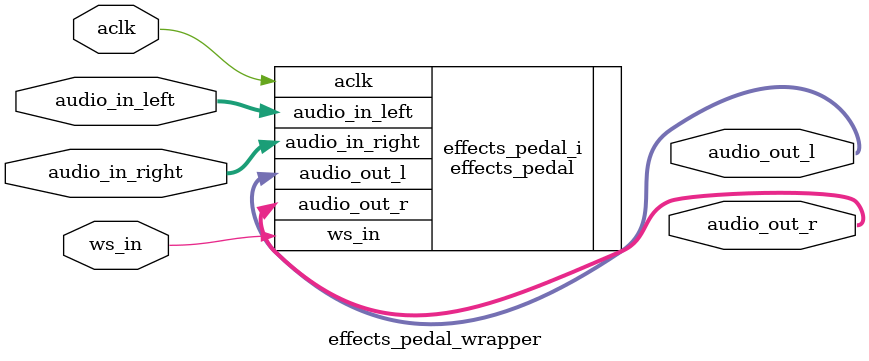
<source format=v>
`timescale 1 ps / 1 ps

module effects_pedal_wrapper
   (aclk,
    audio_in_left,
    audio_in_right,
    audio_out_l,
    audio_out_r,
    ws_in);
  input aclk;
  input [23:0]audio_in_left;
  input [23:0]audio_in_right;
  output [23:0]audio_out_l;
  output [23:0]audio_out_r;
  input ws_in;

  wire aclk;
  wire [23:0]audio_in_left;
  wire [23:0]audio_in_right;
  wire [23:0]audio_out_l;
  wire [23:0]audio_out_r;
  wire ws_in;

  effects_pedal effects_pedal_i
       (.aclk(aclk),
        .audio_in_left(audio_in_left),
        .audio_in_right(audio_in_right),
        .audio_out_l(audio_out_l),
        .audio_out_r(audio_out_r),
        .ws_in(ws_in));
endmodule

</source>
